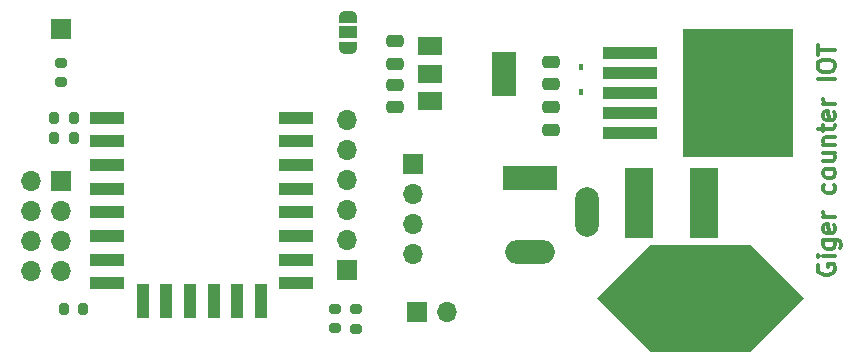
<source format=gbr>
%TF.GenerationSoftware,KiCad,Pcbnew,6.0.11-2627ca5db0~126~ubuntu20.04.1*%
%TF.CreationDate,2023-04-18T17:20:39+02:00*%
%TF.ProjectId,Giger-counter-addon,47696765-722d-4636-9f75-6e7465722d61,rev?*%
%TF.SameCoordinates,Original*%
%TF.FileFunction,Soldermask,Top*%
%TF.FilePolarity,Negative*%
%FSLAX46Y46*%
G04 Gerber Fmt 4.6, Leading zero omitted, Abs format (unit mm)*
G04 Created by KiCad (PCBNEW 6.0.11-2627ca5db0~126~ubuntu20.04.1) date 2023-04-18 17:20:39*
%MOMM*%
%LPD*%
G01*
G04 APERTURE LIST*
G04 Aperture macros list*
%AMRoundRect*
0 Rectangle with rounded corners*
0 $1 Rounding radius*
0 $2 $3 $4 $5 $6 $7 $8 $9 X,Y pos of 4 corners*
0 Add a 4 corners polygon primitive as box body*
4,1,4,$2,$3,$4,$5,$6,$7,$8,$9,$2,$3,0*
0 Add four circle primitives for the rounded corners*
1,1,$1+$1,$2,$3*
1,1,$1+$1,$4,$5*
1,1,$1+$1,$6,$7*
1,1,$1+$1,$8,$9*
0 Add four rect primitives between the rounded corners*
20,1,$1+$1,$2,$3,$4,$5,0*
20,1,$1+$1,$4,$5,$6,$7,0*
20,1,$1+$1,$6,$7,$8,$9,0*
20,1,$1+$1,$8,$9,$2,$3,0*%
%AMFreePoly0*
4,1,22,0.550000,-0.750000,0.000000,-0.750000,0.000000,-0.745033,-0.079941,-0.743568,-0.215256,-0.701293,-0.333266,-0.622738,-0.424486,-0.514219,-0.481581,-0.384460,-0.499164,-0.250000,-0.500000,-0.250000,-0.500000,0.250000,-0.499164,0.250000,-0.499963,0.256109,-0.478152,0.396186,-0.417904,0.524511,-0.324060,0.630769,-0.204165,0.706417,-0.067858,0.745374,0.000000,0.744959,0.000000,0.750000,
0.550000,0.750000,0.550000,-0.750000,0.550000,-0.750000,$1*%
%AMFreePoly1*
4,1,20,0.000000,0.744959,0.073905,0.744508,0.209726,0.703889,0.328688,0.626782,0.421226,0.519385,0.479903,0.390333,0.500000,0.250000,0.500000,-0.250000,0.499851,-0.262216,0.476331,-0.402017,0.414519,-0.529596,0.319384,-0.634700,0.198574,-0.708877,0.061801,-0.746166,0.000000,-0.745033,0.000000,-0.750000,-0.550000,-0.750000,-0.550000,0.750000,0.000000,0.750000,0.000000,0.744959,
0.000000,0.744959,$1*%
G04 Aperture macros list end*
%ADD10C,0.375000*%
%ADD11C,0.100000*%
%ADD12R,2.000000X1.500000*%
%ADD13R,2.000000X3.800000*%
%ADD14R,3.000000X1.000000*%
%ADD15R,1.000000X3.000000*%
%ADD16RoundRect,0.200000X0.200000X0.275000X-0.200000X0.275000X-0.200000X-0.275000X0.200000X-0.275000X0*%
%ADD17RoundRect,0.200000X-0.275000X0.200000X-0.275000X-0.200000X0.275000X-0.200000X0.275000X0.200000X0*%
%ADD18R,1.700000X1.700000*%
%ADD19O,1.700000X1.700000*%
%ADD20RoundRect,0.250000X0.475000X-0.250000X0.475000X0.250000X-0.475000X0.250000X-0.475000X-0.250000X0*%
%ADD21RoundRect,0.200000X-0.200000X-0.275000X0.200000X-0.275000X0.200000X0.275000X-0.200000X0.275000X0*%
%ADD22RoundRect,0.250000X-0.475000X0.250000X-0.475000X-0.250000X0.475000X-0.250000X0.475000X0.250000X0*%
%ADD23R,4.600000X2.000000*%
%ADD24O,4.200000X2.000000*%
%ADD25O,2.000000X4.200000*%
%ADD26RoundRect,0.200000X0.275000X-0.200000X0.275000X0.200000X-0.275000X0.200000X-0.275000X-0.200000X0*%
%ADD27R,0.450000X0.600000*%
%ADD28R,2.450000X5.900000*%
%ADD29FreePoly0,90.000000*%
%ADD30R,1.500000X1.000000*%
%ADD31FreePoly1,90.000000*%
%ADD32R,4.600000X1.100000*%
%ADD33R,9.400000X10.800000*%
G04 APERTURE END LIST*
D10*
X156222000Y-122359428D02*
X156150571Y-122502285D01*
X156150571Y-122716571D01*
X156222000Y-122930857D01*
X156364857Y-123073714D01*
X156507714Y-123145142D01*
X156793428Y-123216571D01*
X157007714Y-123216571D01*
X157293428Y-123145142D01*
X157436285Y-123073714D01*
X157579142Y-122930857D01*
X157650571Y-122716571D01*
X157650571Y-122573714D01*
X157579142Y-122359428D01*
X157507714Y-122288000D01*
X157007714Y-122288000D01*
X157007714Y-122573714D01*
X157650571Y-121645142D02*
X156650571Y-121645142D01*
X156150571Y-121645142D02*
X156222000Y-121716571D01*
X156293428Y-121645142D01*
X156222000Y-121573714D01*
X156150571Y-121645142D01*
X156293428Y-121645142D01*
X156650571Y-120288000D02*
X157864857Y-120288000D01*
X158007714Y-120359428D01*
X158079142Y-120430857D01*
X158150571Y-120573714D01*
X158150571Y-120788000D01*
X158079142Y-120930857D01*
X157579142Y-120288000D02*
X157650571Y-120430857D01*
X157650571Y-120716571D01*
X157579142Y-120859428D01*
X157507714Y-120930857D01*
X157364857Y-121002285D01*
X156936285Y-121002285D01*
X156793428Y-120930857D01*
X156722000Y-120859428D01*
X156650571Y-120716571D01*
X156650571Y-120430857D01*
X156722000Y-120288000D01*
X157579142Y-119002285D02*
X157650571Y-119145142D01*
X157650571Y-119430857D01*
X157579142Y-119573714D01*
X157436285Y-119645142D01*
X156864857Y-119645142D01*
X156722000Y-119573714D01*
X156650571Y-119430857D01*
X156650571Y-119145142D01*
X156722000Y-119002285D01*
X156864857Y-118930857D01*
X157007714Y-118930857D01*
X157150571Y-119645142D01*
X157650571Y-118288000D02*
X156650571Y-118288000D01*
X156936285Y-118288000D02*
X156793428Y-118216571D01*
X156722000Y-118145142D01*
X156650571Y-118002285D01*
X156650571Y-117859428D01*
X157579142Y-115573714D02*
X157650571Y-115716571D01*
X157650571Y-116002285D01*
X157579142Y-116145142D01*
X157507714Y-116216571D01*
X157364857Y-116288000D01*
X156936285Y-116288000D01*
X156793428Y-116216571D01*
X156722000Y-116145142D01*
X156650571Y-116002285D01*
X156650571Y-115716571D01*
X156722000Y-115573714D01*
X157650571Y-114716571D02*
X157579142Y-114859428D01*
X157507714Y-114930857D01*
X157364857Y-115002285D01*
X156936285Y-115002285D01*
X156793428Y-114930857D01*
X156722000Y-114859428D01*
X156650571Y-114716571D01*
X156650571Y-114502285D01*
X156722000Y-114359428D01*
X156793428Y-114288000D01*
X156936285Y-114216571D01*
X157364857Y-114216571D01*
X157507714Y-114288000D01*
X157579142Y-114359428D01*
X157650571Y-114502285D01*
X157650571Y-114716571D01*
X156650571Y-112930857D02*
X157650571Y-112930857D01*
X156650571Y-113573714D02*
X157436285Y-113573714D01*
X157579142Y-113502285D01*
X157650571Y-113359428D01*
X157650571Y-113145142D01*
X157579142Y-113002285D01*
X157507714Y-112930857D01*
X156650571Y-112216571D02*
X157650571Y-112216571D01*
X156793428Y-112216571D02*
X156722000Y-112145142D01*
X156650571Y-112002285D01*
X156650571Y-111788000D01*
X156722000Y-111645142D01*
X156864857Y-111573714D01*
X157650571Y-111573714D01*
X156650571Y-111073714D02*
X156650571Y-110502285D01*
X156150571Y-110859428D02*
X157436285Y-110859428D01*
X157579142Y-110788000D01*
X157650571Y-110645142D01*
X157650571Y-110502285D01*
X157579142Y-109430857D02*
X157650571Y-109573714D01*
X157650571Y-109859428D01*
X157579142Y-110002285D01*
X157436285Y-110073714D01*
X156864857Y-110073714D01*
X156722000Y-110002285D01*
X156650571Y-109859428D01*
X156650571Y-109573714D01*
X156722000Y-109430857D01*
X156864857Y-109359428D01*
X157007714Y-109359428D01*
X157150571Y-110073714D01*
X157650571Y-108716571D02*
X156650571Y-108716571D01*
X156936285Y-108716571D02*
X156793428Y-108645142D01*
X156722000Y-108573714D01*
X156650571Y-108430857D01*
X156650571Y-108288000D01*
X157650571Y-106645142D02*
X156150571Y-106645142D01*
X156150571Y-105645142D02*
X156150571Y-105359428D01*
X156222000Y-105216571D01*
X156364857Y-105073714D01*
X156650571Y-105002285D01*
X157150571Y-105002285D01*
X157436285Y-105073714D01*
X157579142Y-105216571D01*
X157650571Y-105359428D01*
X157650571Y-105645142D01*
X157579142Y-105788000D01*
X157436285Y-105930857D01*
X157150571Y-106002285D01*
X156650571Y-106002285D01*
X156364857Y-105930857D01*
X156222000Y-105788000D01*
X156150571Y-105645142D01*
X156150571Y-104573714D02*
X156150571Y-103716571D01*
X157650571Y-104145142D02*
X156150571Y-104145142D01*
%TO.C,REF\u002A\u002A*%
G36*
X154938000Y-125173000D02*
G01*
X150438000Y-129673000D01*
X141938000Y-129673000D01*
X137438000Y-125173000D01*
X141938000Y-120673000D01*
X150438000Y-120673000D01*
X154938000Y-125173000D01*
G37*
D11*
X154938000Y-125173000D02*
X150438000Y-129673000D01*
X141938000Y-129673000D01*
X137438000Y-125173000D01*
X141938000Y-120673000D01*
X150438000Y-120673000D01*
X154938000Y-125173000D01*
%TD*%
D12*
%TO.C,U2*%
X123320000Y-103870000D03*
D13*
X129620000Y-106170000D03*
D12*
X123320000Y-106170000D03*
X123320000Y-108470000D03*
%TD*%
D14*
%TO.C,U3*%
X96005000Y-109920000D03*
X96005000Y-111920000D03*
X96005000Y-113920000D03*
X96005000Y-115920000D03*
X96005000Y-117920000D03*
X96005000Y-119920000D03*
X96005000Y-121920000D03*
X96005000Y-123920000D03*
D15*
X99005000Y-125420000D03*
X101005000Y-125420000D03*
X103005000Y-125420000D03*
X105005000Y-125420000D03*
X107005000Y-125420000D03*
X109005000Y-125420000D03*
D14*
X112005000Y-123920000D03*
X112005000Y-121920000D03*
X112005000Y-119920000D03*
X112005000Y-117920000D03*
X112005000Y-115920000D03*
X112005000Y-113920000D03*
X112005000Y-111920000D03*
X112005000Y-109920000D03*
%TD*%
D16*
%TO.C,R5*%
X93985000Y-126110000D03*
X92335000Y-126110000D03*
%TD*%
D17*
%TO.C,R3*%
X117090000Y-126125000D03*
X117090000Y-127775000D03*
%TD*%
D18*
%TO.C,J3*%
X121870000Y-113870000D03*
D19*
X121870000Y-116410000D03*
X121870000Y-118950000D03*
X121870000Y-121490000D03*
%TD*%
D18*
%TO.C,J4*%
X116270000Y-122780000D03*
D19*
X116270000Y-120240000D03*
X116270000Y-117700000D03*
X116270000Y-115160000D03*
X116270000Y-112620000D03*
X116270000Y-110080000D03*
%TD*%
D20*
%TO.C,C3*%
X120350000Y-109020000D03*
X120350000Y-107120000D03*
%TD*%
D21*
%TO.C,R2*%
X91525000Y-111650000D03*
X93175000Y-111650000D03*
%TD*%
D22*
%TO.C,C4*%
X120350000Y-103430000D03*
X120350000Y-105330000D03*
%TD*%
%TO.C,C1*%
X133600000Y-105150000D03*
X133600000Y-107050000D03*
%TD*%
D18*
%TO.C,J1*%
X92060000Y-115270000D03*
D19*
X89520000Y-115270000D03*
X92060000Y-117810000D03*
X89520000Y-117810000D03*
X92060000Y-120350000D03*
X89520000Y-120350000D03*
X92060000Y-122890000D03*
X89520000Y-122890000D03*
%TD*%
D17*
%TO.C,R6*%
X92100000Y-105275000D03*
X92100000Y-106925000D03*
%TD*%
D23*
%TO.C,J6*%
X131800000Y-115000000D03*
D24*
X131800000Y-121300000D03*
D25*
X136600000Y-117900000D03*
%TD*%
D20*
%TO.C,C2*%
X133604000Y-110932000D03*
X133604000Y-109032000D03*
%TD*%
D18*
%TO.C,J5*%
X122200000Y-126400000D03*
D19*
X124740000Y-126400000D03*
%TD*%
D18*
%TO.C,J2*%
X92120000Y-102400000D03*
%TD*%
D26*
%TO.C,R4*%
X115260000Y-127745000D03*
X115260000Y-126095000D03*
%TD*%
D21*
%TO.C,R1*%
X91525000Y-109920000D03*
X93175000Y-109920000D03*
%TD*%
D27*
%TO.C,D1*%
X136144000Y-105630000D03*
X136144000Y-107730000D03*
%TD*%
D28*
%TO.C,L1*%
X141008000Y-117094000D03*
X146558000Y-117094000D03*
%TD*%
D29*
%TO.C,JP1*%
X116370000Y-103980000D03*
D30*
X116370000Y-102680000D03*
D31*
X116370000Y-101380000D03*
%TD*%
D32*
%TO.C,U1*%
X140275000Y-104420000D03*
X140275000Y-106120000D03*
X140275000Y-107820000D03*
D33*
X149425000Y-107820000D03*
D32*
X140275000Y-109520000D03*
X140275000Y-111220000D03*
%TD*%
M02*

</source>
